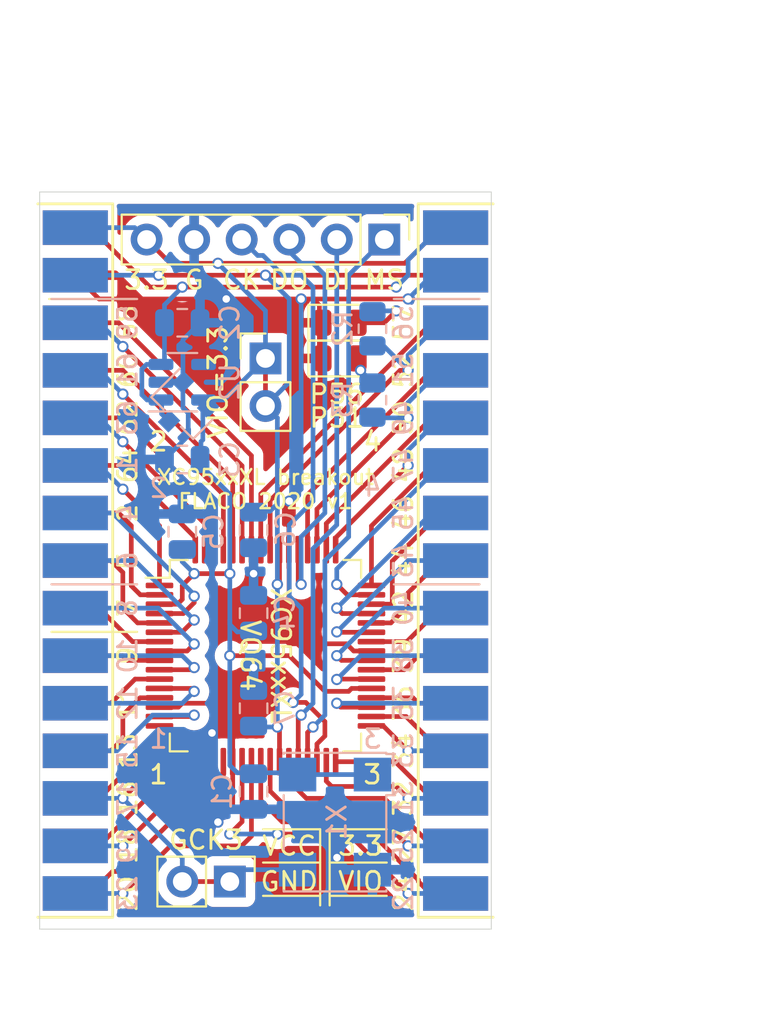
<source format=kicad_pcb>
(kicad_pcb (version 20211014) (generator pcbnew)
  (title_block (title "XC95xxXL-VQ64 Breakout board") (date "2020-11-23") (rev "1") (company "FLACO 2019, licence of this PCB is CC-BY-NC-SA") (comment 1 "breaks all IOs to external pins") (comment 2 "supports an optional active oscillator on GCK3") (comment 3 "supports user external VCCIO for 2.5v operation") (comment 4 "warning : jumpers are connected on PCB, cut the traces before installing the jumper"))
  (layers (0 "F.Cu" signal) (31 "B.Cu" signal) (34 "B.Paste" user) (35 "F.Paste" user) (36 "B.SilkS" user "B.Silkscreen") (37 "F.SilkS" user "F.Silkscreen") (38 "B.Mask" user) (39 "F.Mask" user) (44 "Edge.Cuts" user))
  (net 0 "")
  (net 1 "GND")
  (net 2 "+5V")
  (net 3 "Net-(D1-Pad2)")
  (net 4 "Net-(D2-Pad2)")
  (net 5 "/TCK")
  (net 6 "/TDO")
  (net 7 "/TDI")
  (net 8 "/TMS")
  (net 9 "/1_14")
  (net 10 "/3_16")
  (net 11 "/1_2")
  (net 12 "/2_17")
  (net 13 "/2_9")
  (net 14 "/2_8")
  (net 15 "/2_6")
  (net 16 "/2_5")
  (net 17 "/2_2")
  (net 18 "/2_4")
  (net 19 "/2_3")
  (net 20 "/4_17")
  (net 21 "/4_15")
  (net 22 "/4_12")
  (net 23 "/4_10")
  (net 24 "/4_14")
  (net 25 "/4_6")
  (net 26 "/4_11")
  (net 27 "/4_4")
  (net 28 "/4_3")
  (net 29 "/4_8")
  (net 30 "/4_5")
  (net 31 "/4_2")
  (net 32 "/3_12")
  (net 33 "/3_10")
  (net 34 "/3_17")
  (net 35 "/3_15")
  (net 36 "/3_14")
  (net 37 "/3_6")
  (net 38 "/3_11")
  (net 39 "/3_4")
  (net 40 "/3_3")
  (net 41 "/3_9")
  (net 42 "/3_8")
  (net 43 "/3_5")
  (net 44 "/1_12")
  (net 45 "/3_2")
  (net 46 "/1_17")
  (net 47 "/1_15")
  (net 48 "/1_10")
  (net 49 "/1_11")
  (net 50 "/1_9")
  (net 51 "/1_4")
  (net 52 "/1_3")
  (net 53 "/1_8")
  (net 54 "/1_6")
  (net 55 "/1_5")
  (net 56 "/2_15")
  (net 57 "/2_14")
  (net 58 "/2_12")
  (net 59 "/2_11")
  (net 60 "/2_10")
  (net 61 "+3.3V")
  (net 62 "/VCCIO")
  (footprint "LED_SMD:LED_0805_2012Metric" (layer "F.Cu") (at 111.93 83.82)
    (fp_text reference "D1" hide)
    (fp_text value "4_15")
  )
  (footprint "LED_SMD:LED_0805_2012Metric" (layer "F.Cu") (at 111.93 85.725)
    (fp_text reference "D2" hide)
    (fp_text value "4_10")
  )
  (footprint "Connector_PinHeader_2.54mm:PinHeader_1x02_P2.54mm_Vertical" (layer "F.Cu") (at 107.95 85.725)
    (fp_text reference "JP2" hide)
    (fp_text value "VCCIO")
  )
  (footprint "Sassa:Pin_Header_2x15_Male_EdgeMount_Pitch2.54mm" (layer "F.Cu") (at 97.79 78.74 -90)
    (fp_text reference "J2" hide)
    (fp_text value "Block 1-2")
  )
  (footprint "Sassa:Pin_Header_2x15_Male_EdgeMount_Pitch2.54mm" (layer "F.Cu") (at 118.11 114.3 90)
    (fp_text reference "J3" hide)
    (fp_text value "Block 3-4")
  )
  (footprint "Connector_PinHeader_2.54mm:PinHeader_1x06_P2.54mm_Vertical" (layer "F.Cu") (at 114.3 79.375 -90)
    (fp_text reference "J1" hide)
    (fp_text value "JTAG")
  )
  (footprint "Connector_PinHeader_2.54mm:PinHeader_1x02_P2.54mm_Vertical" (layer "F.Cu") (at 106.045 113.665 -90)
    (fp_text reference "JP1" hide)
    (fp_text value "GCK3")
  )
  (footprint "Package_QFP:TQFP-64_10x10mm_P0.5mm" (layer "F.Cu") (at 107.95 101.6)
    (fp_text reference "U1" hide)
    (fp_text value "XC9572XL-VQ64")
  )
  (footprint "Resistor_SMD:R_0805_2012Metric" (layer "B.Cu") (at 113.665 84.14 90)
    (fp_text reference "R2")
    (fp_text value "2k")
  )
  (footprint "Capacitor_SMD:C_0805_2012Metric" (layer "B.Cu") (at 107.315 94.885 -90)
    (fp_text reference "C6")
    (fp_text value "100n")
  )
  (footprint "Capacitor_SMD:C_0805_2012Metric" (layer "B.Cu") (at 103.505 94.98 90)
    (fp_text reference "C5")
    (fp_text value "100n")
  )
  (footprint "Oscillator:Oscillator_SMD_Abracon_ASV-4Pin_7.0x5.1mm" (layer "B.Cu") (at 111.665 110.49 -90)
    (fp_text reference "X1")
    (fp_text value "ASV-xxxMHz")
  )
  (footprint "Capacitor_SMD:C_0805_2012Metric" (layer "B.Cu") (at 107.315 104.41 90)
    (fp_text reference "C7")
    (fp_text value "100n")
  )
  (footprint "Package_TO_SOT_SMD:SOT-23-5" (layer "B.Cu") (at 103.505 86.995)
    (fp_text reference "U2")
    (fp_text value "SPX3819M5-L-3-3")
  )
  (footprint "Capacitor_SMD:C_0805_2012Metric" (layer "B.Cu") (at 107.315 99.33 90)
    (fp_text reference "C4")
    (fp_text value "100n")
  )
  (footprint "Capacitor_SMD:C_0805_2012Metric" (layer "B.Cu") (at 103.505 83.82)
    (fp_text reference "C2")
    (fp_text value "1u")
  )
  (footprint "Capacitor_SMD:C_0805_2012Metric" (layer "B.Cu") (at 103.505 91.1225 180)
    (fp_text reference "C3")
    (fp_text value "1u")
  )
  (footprint "Resistor_SMD:R_0805_2012Metric" (layer "B.Cu") (at 113.665 87.95 90)
    (fp_text reference "R3")
    (fp_text value "2k")
  )
  (footprint "Capacitor_SMD:C_0805_2012Metric" (layer "B.Cu") (at 107.315 108.855 -90)
    (fp_text reference "C1")
    (fp_text value "100n")
  )
  (footprint "Sassa:SOT-23" (layer "B.Cu") (at 103.505 88.373858 -135)
    (fp_text reference "U3" hide)
    (fp_text value "XC6206PxxxMR")
  )
  (gr_line (start 96.52 97.79) (end 101.092 97.79) (layer "B.SilkS") (width 0.12))
  (gr_line (start 114.808 97.79) (end 119.38 97.79) (layer "B.SilkS") (width 0.12))
  (gr_line (start 96.52 82.55) (end 101.092 82.55) (layer "B.SilkS") (width 0.12))
  (gr_line (start 114.808 82.55) (end 119.38 82.55) (layer "B.SilkS") (width 0.12))
  (gr_line (start 96.393 82.55) (end 100.965 82.55) (layer "F.SilkS") (width 0.12))
  (gr_line (start 119.38 82.55) (end 114.935 82.55) (layer "F.SilkS") (width 0.12))
  (gr_line (start 111.379 112.649) (end 114.427 112.649) (layer "F.SilkS") (width 0.12))
  (gr_line (start 111.379 110.871) (end 111.379 114.935) (layer "F.SilkS") (width 0.12))
  (gr_line (start 107.823 110.871) (end 110.871 110.871) (layer "F.SilkS") (width 0.12))
  (gr_line (start 111.379 114.427) (end 114.427 114.427) (layer "F.SilkS") (width 0.12))
  (gr_line (start 110.871 114.427) (end 107.823 114.427) (layer "F.SilkS") (width 0.12))
  (gr_line (start 110.871 112.649) (end 107.823 112.649) (layer "F.SilkS") (width 0.12))
  (gr_line (start 114.427 110.871) (end 111.379 110.871) (layer "F.SilkS") (width 0.12))
  (gr_line (start 96.52 100.33) (end 101.092 100.33) (layer "F.SilkS") (width 0.12))
  (gr_line (start 119.38 97.79) (end 114.935 97.79) (layer "F.SilkS") (width 0.12))
  (gr_line (start 110.871 110.871) (end 110.871 114.935) (layer "F.SilkS") (width 0.12))
  (gr_line (start 95.885 116.205) (end 95.885 76.835) (layer "Edge.Cuts") (width 0.05))
  (gr_line (start 120.015 116.205) (end 95.885 116.205) (layer "Edge.Cuts") (width 0.05))
  (gr_line (start 95.885 76.835) (end 120.015 76.835) (layer "Edge.Cuts") (width 0.05))
  (gr_line (start 120.015 76.835) (end 120.015 116.205) (layer "Edge.Cuts") (width 0.05))
  (gr_text "2" (at 102.235 92.6465) (layer "B.SilkS") (effects (font (size 1 1)) (justify mirror)))
  (gr_text "4" (at 113.665 92.583) (layer "B.SilkS") (effects (font (size 1 1)) (justify mirror)))
  (gr_text "1" (at 102.235 106.045) (layer "B.SilkS") (effects (font (size 1 1)) (justify mirror)))
  (gr_text "3" (at 113.665 106.045) (layer "B.SilkS") (effects (font (size 1 1)) (justify mirror)))
  (gr_text "17" (at 100.584 109.22 90) (layer "B.SilkS") (effects (font (size 1 1)) (justify mirror)))
  (gr_text "19" (at 100.584 111.76 90) (layer "B.SilkS") (effects (font (size 1 1)) (justify mirror)))
  (gr_text "51" (at 115.316 86.36 90) (layer "B.SilkS") (effects (font (size 1 1)) (justify mirror)))
  (gr_text "10" (at 100.584 101.6 90) (layer "B.SilkS") (effects (font (size 1 1)) (justify mirror)))
  (gr_text "8" (at 100.584 99.06 90) (layer "B.SilkS") (effects (font (size 1 1)) (justify mirror)))
  (gr_text "38" (at 115.316 101.6 90) (layer "B.SilkS") (effects (font (size 1 1)) (justify mirror)))
  (gr_text "40" (at 115.316 99.06 90) (layer "B.SilkS") (effects (font (size 1 1)) (justify mirror)))
  (gr_text "23" (at 100.584 114.3 90) (layer "B.SilkS") (effects (font (size 1 1)) (justify mirror)))
  (gr_text "15" (at 100.584 106.68 90) (layer "B.SilkS") (effects (font (size 1 1)) (justify mirror)))
  (gr_text "31" (at 115.316 109.22 90) (layer "B.SilkS") (effects (font (size 1 1)) (justify mirror)))
  (gr_text "43" (at 115.316 96.52 90) (layer "B.SilkS") (effects (font (size 1 1)) (justify mirror)))
  (gr_text "12" (at 100.584 104.14 90) (layer "B.SilkS") (effects (font (size 1 1)) (justify mirror)))
  (gr_text "59" (at 100.584 83.82 90) (layer "B.SilkS") (effects (font (size 1 1)) (justify mirror)))
  (gr_text "56" (at 115.316 83.82 90) (layer "B.SilkS") (effects (font (size 1 1)) (justify mirror)))
  (gr_text "35" (at 115.316 104.14 90) (layer "B.SilkS") (effects (font (size 1 1)) (justify mirror)))
  (gr_text "6" (at 100.584 96.52 90) (layer "B.SilkS") (effects (font (size 1 1)) (justify mirror)))
  (gr_text "1" (at 100.584 91.44 90) (layer "B.SilkS") (effects (font (size 1 1)) (justify mirror)))
  (gr_text "47" (at 115.316 91.44 90) (layer "B.SilkS") (effects (font (size 1 1)) (justify mirror)))
  (gr_text "22" (at 115.316 114.3 90) (layer "B.SilkS") (effects (font (size 1 1)) (justify mirror)))
  (gr_text "33" (at 115.316 106.68 90) (layer "B.SilkS") (effects (font (size 1 1)) (justify mirror)))
  (gr_text "25" (at 115.316 111.76 90) (layer "B.SilkS") (effects (font (size 1 1)) (justify mirror)))
  (gr_text "61" (at 100.584 86.36 90) (layer "B.SilkS") (effects (font (size 1 1)) (justify mirror)))
  (gr_text "45" (at 115.316 93.98 90) (layer "B.SilkS") (effects (font (size 1 1)) (justify mirror)))
  (gr_text "63" (at 100.584 88.9 90) (layer "B.SilkS") (effects (font (size 1 1)) (justify mirror)))
  (gr_text "49" (at 115.316 88.9 90) (layer "B.SilkS") (effects (font (size 1 1)) (justify mirror)))
  (gr_text "4" (at 100.584 93.98 90) (layer "B.SilkS") (effects (font (size 1 1)) (justify mirror)))
  (gr_text "50" (at 115.316 88.9 90) (layer "F.SilkS") (effects (font (size 1 1))))
  (gr_text "48" (at 115.316 91.44 90) (layer "F.SilkS") (effects (font (size 1 1))))
  (gr_text "GND" (at 109.22 113.665) (layer "F.SilkS") (effects (font (size 1 1))))
  (gr_text "VIO" (at 113.03 113.665) (layer "F.SilkS") (effects (font (size 1 1))))
  (gr_text "VCC" (at 109.22 111.76) (layer "F.SilkS") (effects (font (size 1 1))))
  (gr_text "3.3" (at 113.03 111.76) (layer "F.SilkS") (effects (font (size 1 1))))
  (gr_text "2" (at 100.584 93.98 90) (layer "F.SilkS") (effects (font (size 1 1))))
  (gr_text "18" (at 100.584 111.76 90) (layer "F.SilkS") (effects (font (size 1 1))))
  (gr_text "1" (at 102.235 107.95) (layer "F.SilkS") (effects (font (size 1 1))))
  (gr_text "34" (at 115.316 106.68 90) (layer "F.SilkS") (effects (font (size 1 1))))
  (gr_text "32" (at 115.316 109.22 90) (layer "F.SilkS") (effects (font (size 1 1))))
  (gr_text "16" (at 100.584 109.22 90) (layer "F.SilkS") (effects (font (size 1 1))))
  (gr_text "G" (at 104.14 81.534) (layer "F.SilkS") (effects (font (size 1 1))))
  (gr_text "27" (at 115.316 111.76 90) (layer "F.SilkS") (effects (font (size 1 1))))
  (gr_text "36" (at 115.316 104.14 90) (layer "F.SilkS") (effects (font (size 1 1))))
  (gr_text "39" (at 115.316 101.6 90) (layer "F.SilkS") (effects (font (size 1 1))))
  (gr_text "44" (at 115.316 96.52 90) (layer "F.SilkS") (effects (font (size 1 1))))
  (gr_text "3" (at 113.665 107.95) (layer "F.SilkS") (effects (font (size 1 1))))
  (gr_text "13" (at 100.584 106.68 90) (layer "F.SilkS") (effects (font (size 1 1))))
  (gr_text "CK" (at 106.68 81.534) (layer "F.SilkS") (effects (font (size 1 1))))
  (gr_text "24" (at 115.316 114.3 90) (layer "F.SilkS") (effects (font (size 1 1))))
  (gr_text "XC95xxXL breakout\nFLACO 2020 v1" (at 107.95 92.71) (layer "F.SilkS") (effects (font (size 0.8 0.8) (thickness 0.13))))
  (gr_text "VIO=3.3" (at 105.41 86.995 90) (layer "F.SilkS") (effects (font (size 1 1))))
  (gr_text "P56" (at 111.76 87.63) (layer "F.SilkS") (effects (font (size 1 1))))
  (gr_text "52" (at 115.316 86.36 90) (layer "F.SilkS") (effects (font (size 1 1))))
  (gr_text "42" (at 115.316 99.06 90) (layer "F.SilkS") (effects (font (size 1 1))))
  (gr_text "3.3" (at 101.6 81.534) (layer "F.SilkS") (effects (font (size 1 1))))
  (gr_text "2" (at 102.235 90.17) (layer "F.SilkS") (effects (font (size 1 1))))
  (gr_text "P51" (at 111.76 88.9) (layer "F.SilkS") (effects (font (size 1 1))))
  (gr_text "57" (at 115.316 83.82 90) (layer "F.SilkS") (effects (font (size 1 1))))
  (gr_text "4" (at 113.665 90.17) (layer "F.SilkS") (effects (font (size 1 1))))
  (gr_text "XC95xxXL\nVQ64" (at 107.95 101.6 270) (layer "F.SilkS") (effects (font (size 1 1))))
  (gr_text "46" (at 115.316 93.98 90) (layer "F.SilkS") (effects (font (size 1 1))))
  (gr_text "DI" (at 111.76 81.534) (layer "F.SilkS") (effects (font (size 1 1))))
  (gr_text "DO" (at 109.22 81.534) (layer "F.SilkS") (effects (font (size 1 1))))
  (gr_text "11" (at 100.584 104.14 90) (layer "F.SilkS") (effects (font (size 1 1))))
  (gr_text "62" (at 100.584 88.9 90) (layer "F.SilkS") (effects (font (size 1 1))))
  (gr_text "20" (at 100.584 114.3 90) (layer "F.SilkS") (effects (font (size 1 1))))
  (gr_text "7" (at 100.584 99.06 90) (layer "F.SilkS") (effects (font (size 1 1))))
  (gr_text "64" (at 100.584 91.44 90) (layer "F.SilkS") (effects (font (size 1 1))))
  (gr_text "5" (at 100.584 96.52 90) (layer "F.SilkS") (effects (font (size 1 1))))
  (gr_text "60" (at 100.584 86.36 90) (layer "F.SilkS") (effects (font (size 1 1))))
  (gr_text "58" (at 100.584 83.82 90) (layer "F.SilkS") (effects (font (size 1 1))))
  (gr_text "GCK3" (at 104.775 111.4425) (layer "F.SilkS") (effects (font (size 1 1))))
  (gr_text "MS" (at 114.3 81.534) (layer "F.SilkS") (effects (font (size 1 1))))
  (gr_text "9" (at 100.584 101.6 90) (layer "F.SilkS") (effects (font (size 1 1))))
  (segment (start 107.95 85.725) (end 107.95 88.265) (width 0.25) (layer "F.Cu") (net 0))
  (segment (start 110.83 83.82) (end 110.83 82.89) (width 0.25) (layer "F.Cu") (net 1))
  (segment (start 109.2 95.9) (end 109.2 93.365) (width 0.25) (layer "F.Cu") (net 1))
  (segment (start 106.045 104.14) (end 103.505 104.14) (width 0.25) (layer "F.Cu") (net 1))
  (segment (start 112.279998 100.965) (end 112.664998 101.35) (width 0.25) (layer "F.Cu") (net 1))
  (segment (start 107.315 99.06) (end 109.22 100.965) (width 0.25) (layer "F.Cu") (net 1))
  (segment (start 97.79 81.28) (end 99.06 82.55) (width 0.25) (layer "F.Cu") (net 1))
  (segment (start 99.06 82.55) (end 105.8545 82.55) (width 0.25) (layer "F.Cu") (net 1))
  (segment (start 109.855 82.55) (end 110.49 82.55) (width 0.25) (layer "F.Cu") (net 1))
  (segment (start 109.210002 96.910002) (end 109.2 96.9) (width 0.25) (layer "F.Cu") (net 1))
  (segment (start 106.2 109.7) (end 105.41 110.49) (width 0.25) (layer "F.Cu") (net 1))
  (segment (start 110.49 99.695) (end 109.210002 98.415002) (width 0.25) (layer "F.Cu") (net 1))
  (segment (start 110.49 82.55) (end 115.57 82.55) (width 0.25) (layer "F.Cu") (net 1))
  (segment (start 110.83 85.725) (end 110.83 83.82) (width 0.25) (layer "F.Cu") (net 1))
  (segment (start 109.187502 95.9375) (end 109.175001 95.924999) (width 0.25) (layer "F.Cu") (net 1))
  (segment (start 109.2 95.9375) (end 109.187502 95.9375) (width 0.25) (layer "F.Cu") (net 1))
  (segment (start 107.315 102.87) (end 106.045 104.14) (width 0.25) (layer "F.Cu") (net 1))
  (segment (start 109.855 82.55) (end 105.8545 82.55) (width 0.25) (layer "F.Cu") (net 1))
  (segment (start 109.2 93.365) (end 109.22 93.345) (width 0.25) (layer "F.Cu") (net 1))
  (segment (start 109.210002 98.415002) (end 109.210002 96.910002) (width 0.25) (layer "F.Cu") (net 1))
  (segment (start 106.045 104.14) (end 106.2 104.295) (width 0.25) (layer "F.Cu") (net 1))
  (segment (start 109.22 100.965) (end 112.279998 100.965) (width 0.25) (layer "F.Cu") (net 1))
  (segment (start 112.664998 101.35) (end 113.6125 101.35) (width 0.25) (layer "F.Cu") (net 1))
  (segment (start 103.295 104.35) (end 102.2875 104.35) (width 0.25) (layer "F.Cu") (net 1))
  (segment (start 107.315 102.235) (end 107.315 102.87) (width 0.25) (layer "F.Cu") (net 1))
  (segment (start 109.2 96.9) (end 109.2 95.9) (width 0.25) (layer "F.Cu") (net 1))
  (segment (start 110.83 82.89) (end 110.49 82.55) (width 0.25) (layer "F.Cu") (net 1))
  (segment (start 106.2 104.295) (end 106.2 109.7) (width 0.25) (layer "F.Cu") (net 1))
  (segment (start 103.505 104.14) (end 103.295 104.35) (width 0.25) (layer "F.Cu") (net 1))
  (segment (start 110.49 100.965) (end 110.49 99.695) (width 0.25) (layer "F.Cu") (net 1))
  (segment (start 107.315 97.2185) (end 107.315 99.06) (width 0.25) (layer "F.Cu") (net 1))
  (via (at 107.315 102.235) (size 0.6) (drill 0.4) (layers "F.Cu" "B.Cu") (net 1))
  (via (at 107.315 97.2185) (size 0.6) (drill 0.4) (layers "F.Cu" "B.Cu") (net 1))
  (via (at 115.57 82.55) (size 0.6) (drill 0.4) (layers "F.Cu" "B.Cu") (net 1))
  (via (at 111.77 112.385) (size 0.6) (drill 0.4) (layers "F.Cu" "B.Cu") (net 1))
  (via (at 105.41 110.49) (size 0.6) (drill 0.4) (layers "F.Cu" "B.Cu") (net 1))
  (via (at 105.8545 82.55) (size 0.6) (drill 0.4) (layers "F.Cu" "B.Cu") (net 1))
  (via (at 105.0925 105.7275) (size 0.6) (drill 0.4) (layers "F.Cu" "B.Cu") (net 1))
  (via (at 109.22 93.345) (size 0.6) (drill 0.4) (layers "F.Cu" "B.Cu") (net 1))
  (via (at 109.855 82.55) (size 0.6) (drill 0.4) (layers "F.Cu" "B.Cu") (net 1))
  (segment (start 111.77 112.385) (end 112.415 113.03) (width 0.25) (layer "B.Cu") (net 1))
  (segment (start 105.0925 105.7275) (end 105.0925 109.748236) (width 0.25) (layer "B.Cu") (net 1))
  (segment (start 104.14 80.8355) (end 105.8545 82.55) (width 0.25) (layer "B.Cu") (net 1))
  (segment (start 116.84 81.28) (end 118.11 81.28) (width 0.25) (layer "B.Cu") (net 1))
  (segment (start 105.709999 110.190001) (end 105.41 110.49) (width 0.25) (layer "B.Cu") (net 1))
  (segment (start 102.505 91.075) (end 105.0925 93.6625) (width 0.25) (layer "B.Cu") (net 1))
  (segment (start 103.540355 88.363855) (end 103.8225 88.646) (width 0.25) (layer "B.Cu") (net 1))
  (segment (start 105.0925 93.6625) (end 105.0925 104.14) (width 0.25) (layer "B.Cu") (net 1))
  (segment (start 107.315 97.2185) (end 107.315 98.33) (width 0.25) (layer "B.Cu") (net 1))
  (segment (start 103.540355 86.995) (end 103.540355 84.734645) (width 0.25) (layer "B.Cu") (net 1))
  (segment (start 105.41 110.065736) (end 105.41 110.49) (width 0.25) (layer "B.Cu") (net 1))
  (segment (start 103.8225 89.855) (end 102.555 91.1225) (width 0.25) (layer "B.Cu") (net 1))
  (segment (start 109.855 92.71) (end 109.855 87.63) (width 0.25) (layer "B.Cu") (net 1))
  (segment (start 109.24 109.855) (end 111.77 112.385) (width 0.25) (layer "B.Cu") (net 1))
  (segment (start 107.315 109.855) (end 106.045 109.855) (width 0.25) (layer "B.Cu") (net 1))
  (segment (start 109.855 87.63) (end 109.855 82.55) (width 0.25) (layer "B.Cu") (net 1))
  (segment (start 109.22 93.345) (end 109.855 92.71) (width 0.25) (layer "B.Cu") (net 1))
  (segment (start 107.44 109.855) (end 109.24 109.855) (width 0.25) (layer "B.Cu") (net 1))
  (segment (start 104.14 79.375) (end 104.14 80.8355) (width 0.25) (layer "B.Cu") (net 1))
  (segment (start 107.315 95.885) (end 107.315 97.2185) (width 0.25) (layer "B.Cu") (net 1))
  (segment (start 107.315 103.41) (end 107.315 102.235) (width 0.25) (layer "B.Cu") (net 1))
  (segment (start 106.045 109.855) (end 105.709999 110.190001) (width 0.25) (layer "B.Cu") (net 1))
  (segment (start 112.415 113.03) (end 113.665 113.03) (width 0.25) (layer "B.Cu") (net 1))
  (segment (start 115.57 82.55) (end 116.84 81.28) (width 0.25) (layer "B.Cu") (net 1))
  (segment (start 105.0925 109.748236) (end 105.41 110.065736) (width 0.25) (layer "B.Cu") (net 1))
  (segment (start 103.8225 88.646) (end 103.8225 89.855) (width 0.25) (layer "B.Cu") (net 1))
  (segment (start 103.540355 86.995) (end 103.540355 88.363855) (width 0.25) (layer "B.Cu") (net 1))
  (segment (start 105.0925 104.14) (end 105.0925 105.7275) (width 0.25) (layer "B.Cu") (net 1))
  (segment (start 102.405 86.995) (end 103.540355 86.995) (width 0.25) (layer "B.Cu") (net 1))
  (segment (start 103.540355 84.734645) (end 104.455 83.82) (width 0.25) (layer "B.Cu") (net 1))
  (segment (start 104.14 81.915) (end 109.855 81.915) (width 0.25) (layer "F.Cu") (net 2))
  (segment (start 101.781666 81.915) (end 103.505 81.915) (width 0.25) (layer "F.Cu") (net 2))
  (segment (start 103.505 81.915) (end 104.14 81.915) (width 0.25) (layer "F.Cu") (net 2))
  (segment (start 109.855 81.915) (end 114.935 81.915) (width 0.25) (layer "F.Cu") (net 2))
  (segment (start 97.79 78.74) (end 98.606666 78.74) (width 0.25) (layer "F.Cu") (net 2))
  (segment (start 98.606666 78.74) (end 101.781666 81.915) (width 0.25) (layer "F.Cu") (net 2))
  (via (at 114.935 81.915) (size 0.6) (drill 0.4) (layers "F.Cu" "B.Cu") (net 2))
  (via (at 103.505 81.915) (size 0.6) (drill 0.4) (layers "F.Cu" "B.Cu") (net 2))
  (segment (start 102.555 83.82) (end 102.555 85.895) (width 0.25) (layer "B.Cu") (net 2))
  (segment (start 101.625 87.945) (end 102.405 87.945) (width 0.25) (layer "B.Cu") (net 2))
  (segment (start 101.5975 86.045) (end 101.346 86.2965) (width 0.25) (layer "B.Cu") (net 2))
  (segment (start 102.405 88.688072) (end 102.797893 89.080965) (width 0.25) (layer "B.Cu") (net 2))
  (segment (start 101.346 87.666) (end 101.625 87.945) (width 0.25) (layer "B.Cu") (net 2))
  (segment (start 102.405 86.045) (end 101.5975 86.045) (width 0.25) (layer "B.Cu") (net 2))
  (segment (start 117.293334 78.74) (end 118.11 78.74) (width 0.25) (layer "B.Cu") (net 2))
  (segment (start 115.57 80.463334) (end 117.293334 78.74) (width 0.25) (layer "B.Cu") (net 2))
  (segment (start 101.346 86.2965) (end 101.346 87.666) (width 0.25) (layer "B.Cu") (net 2))
  (segment (start 114.935 81.915) (end 115.57 81.28) (width 0.25) (layer "B.Cu") (net 2))
  (segment (start 102.555 85.895) (end 102.405 86.045) (width 0.25) (layer "B.Cu") (net 2))
  (segment (start 102.405 87.945) (end 102.405 88.688072) (width 0.25) (layer "B.Cu") (net 2))
  (segment (start 115.57 81.28) (end 115.57 80.463334) (width 0.25) (layer "B.Cu") (net 2))
  (segment (start 102.555 82.865) (end 103.505 81.915) (width 0.25) (layer "B.Cu") (net 2))
  (segment (start 102.555 83.82) (end 102.555 82.865) (width 0.25) (layer "B.Cu") (net 2))
  (segment (start 113.03 83.82) (end 114.3 83.82) (width 0.25) (layer "F.Cu") (net 3))
  (segment (start 114.3 83.82) (end 114.935 83.185) (width 0.25) (layer "F.Cu") (net 3))
  (via (at 114.935 83.185) (size 0.6) (drill 0.4) (layers "F.Cu" "B.Cu") (net 3))
  (segment (start 114.935 83.185) (end 113.67 83.185) (width 0.25) (layer "B.Cu") (net 3))
  (segment (start 113.67 83.185) (end 113.665 83.19) (width 0.25) (layer "B.Cu") (net 3))
  (segment (start 113.03 85.725) (end 113.03 86.36) (width 0.25) (layer "F.Cu") (net 4))
  (via (at 113.03 86.36) (size 0.6) (drill 0.4) (layers "F.Cu" "B.Cu") (net 4))
  (segment (start 113.03 86.36) (end 113.03 86.365) (width 0.25) (layer "B.Cu") (net 4))
  (segment (start 113.03 86.365) (end 113.665 87) (width 0.25) (layer "B.Cu") (net 4))
  (segment (start 111.125 105.889998) (end 111.125 105.119998) (width 0.25) (layer "F.Cu") (net 5))
  (segment (start 111.125 105.119998) (end 110.101351 104.096349) (width 0.25) (layer "F.Cu") (net 5))
  (segment (start 110.7 107.2625) (end 110.7 106.314998) (width 0.25) (layer "F.Cu") (net 5))
  (segment (start 110.101351 104.096349) (end 109.425234 104.096349) (width 0.25) (layer "F.Cu") (net 5))
  (segment (start 110.7 106.314998) (end 111.125 105.889998) (width 0.25) (layer "F.Cu") (net 5))
  (via (at 109.425234 104.096349) (size 0.6) (drill 0.4) (layers "F.Cu" "B.Cu") (net 5))
  (segment (start 109.425234 104.096349) (end 109.855 103.666583) (width 0.25) (layer "B.Cu") (net 5))
  (segment (start 109.22 94.615) (end 110.49 93.345) (width 0.25) (layer "B.Cu") (net 5))
  (segment (start 110.49 93.345) (end 110.49 81.915) (width 0.25) (layer "B.Cu") (net 5))
  (segment (start 109.855 103.666583) (end 109.855 99.06) (width 0.25) (layer "B.Cu") (net 5))
  (segment (start 110.49 81.915) (end 109.855 81.28) (width 0.25) (layer "B.Cu") (net 5))
  (segment (start 109.22 98.425) (end 109.22 94.615) (width 0.25) (layer "B.Cu") (net 5))
  (segment (start 107.820001 80.224999) (end 107.529999 80.224999) (width 0.25) (layer "B.Cu") (net 5))
  (segment (start 108.875002 81.28) (end 107.820001 80.224999) (width 0.25) (layer "B.Cu") (net 5))
  (segment (start 107.529999 80.224999) (end 106.68 79.375) (width 0.25) (layer "B.Cu") (net 5))
  (segment (start 109.855 81.28) (end 108.875002 81.28) (width 0.25) (layer "B.Cu") (net 5))
  (segment (start 109.855 99.06) (end 109.22 98.425) (width 0.25) (layer "B.Cu") (net 5))
  (segment (start 109.7 97.635) (end 109.855 97.79) (width 0.25) (layer "F.Cu") (net 6))
  (segment (start 109.7 95.9375) (end 109.7 97.635) (width 0.25) (layer "F.Cu") (net 6))
  (via (at 109.855 97.79) (size 0.6) (drill 0.4) (layers "F.Cu" "B.Cu") (net 6))
  (segment (start 110.49 80.645) (end 111.125 81.28) (width 0.25) (layer "B.Cu") (net 6))
  (segment (start 109.22 80.01) (end 109.855 80.645) (width 0.25) (layer "B.Cu") (net 6))
  (segment (start 111.125 81.28) (end 111.125 93.98) (width 0.25) (layer "B.Cu") (net 6))
  (segment (start 109.855 80.645) (end 110.49 80.645) (width 0.25) (layer "B.Cu") (net 6))
  (segment (start 109.22 79.375) (end 109.22 80.01) (width 0.25) (layer "B.Cu") (net 6))
  (segment (start 111.125 93.98) (end 109.855 95.25) (width 0.25) (layer "B.Cu") (net 6))
  (segment (start 109.855 95.25) (end 109.855 97.79) (width 0.25) (layer "B.Cu") (net 6))
  (segment (start 109.7 107.2625) (end 109.7 104.93) (width 0.25) (layer "F.Cu") (net 7))
  (segment (start 109.7 104.93) (end 109.855 104.775) (width 0.25) (layer "F.Cu") (net 7))
  (via (at 109.855 104.775) (size 0.6) (drill 0.4) (layers "F.Cu" "B.Cu") (net 7))
  (segment (start 111.76 94.615) (end 111.76 79.375) (width 0.25) (layer "B.Cu") (net 7))
  (segment (start 110.49 104.14) (end 110.49 95.885) (width 0.25) (layer "B.Cu") (net 7))
  (segment (start 110.49 95.885) (end 111.76 94.615) (width 0.25) (layer "B.Cu") (net 7))
  (segment (start 109.855 104.775) (end 110.49 104.14) (width 0.25) (layer "B.Cu") (net 7))
  (segment (start 110.2 105.7) (end 110.49 105.41) (width 0.25) (layer "F.Cu") (net 8))
  (segment (start 110.2 107.3) (end 110.2 105.7) (width 0.25) (layer "F.Cu") (net 8))
  (via (at 110.49 105.41) (size 0.6) (drill 0.4) (layers "F.Cu" "B.Cu") (net 8))
  (segment (start 112.395 95.25) (end 112.395 81.28) (width 0.25) (layer "B.Cu") (net 8))
  (segment (start 112.395 81.28) (end 114.3 79.375) (width 0.25) (layer "B.Cu") (net 8))
  (segment (start 111.125 104.775) (end 111.125 96.52) (width 0.25) (layer "B.Cu") (net 8))
  (segment (start 110.49 105.41) (end 111.125 104.775) (width 0.25) (layer "B.Cu") (net 8))
  (segment (start 111.125 96.52) (end 112.395 95.25) (width 0.25) (layer "B.Cu") (net 8))
  (segment (start 104.2 107.2625) (end 102.2875 107.2625) (width 0.25) (layer "F.Cu") (net 9))
  (segment (start 103.505 113.665) (end 106.045 113.665) (width 0.25) (layer "F.Cu") (net 9))
  (segment (start 102.2875 107.2625) (end 100.33 109.22) (width 0.25) (layer "F.Cu") (net 9))
  (via (at 100.33 109.22) (size 0.6) (drill 0.4) (layers "F.Cu" "B.Cu") (net 9))
  (segment (start 100.33 109.22) (end 97.79 109.22) (width 0.25) (layer "B.Cu") (net 9))
  (segment (start 103.505 112.395) (end 100.33 109.22) (width 0.25) (layer "B.Cu") (net 9))
  (segment (start 109.665 113.03) (end 106.68 113.03) (width 0.25) (layer "B.Cu") (net 9))
  (segment (start 106.68 113.03) (end 106.045 113.665) (width 0.25) (layer "B.Cu") (net 9))
  (segment (start 103.505 113.665) (end 103.505 112.395) (width 0.25) (layer "B.Cu") (net 9))
  (segment (start 115.503334 100.85) (end 113.6125 100.85) (width 0.25) (layer "F.Cu") (net 10))
  (segment (start 118.11 99.06) (end 117.293334 99.06) (width 0.25) (layer "F.Cu") (net 10))
  (segment (start 117.293334 99.06) (end 115.503334 100.85) (width 0.25) (layer "F.Cu") (net 10))
  (segment (start 103.765 101.35) (end 104.14 100.975) (width 0.25) (layer "F.Cu") (net 11))
  (segment (start 102.2875 101.35) (end 103.765 101.35) (width 0.25) (layer "F.Cu") (net 11))
  (via (at 104.14 100.975) (size 0.6) (drill 0.4) (layers "F.Cu" "B.Cu") (net 11))
  (segment (start 104.14 100.975) (end 102.225 99.06) (width 0.25) (layer "B.Cu") (net 11))
  (segment (start 102.225 99.06) (end 97.79 99.06) (width 0.25) (layer "B.Cu") (net 11))
  (segment (start 100.85 100.85) (end 99.06 99.06) (width 0.25) (layer "F.Cu") (net 12))
  (segment (start 99.06 99.06) (end 97.79 99.06) (width 0.25) (layer "F.Cu") (net 12))
  (segment (start 102.2875 100.85) (end 100.85 100.85) (width 0.25) (layer "F.Cu") (net 12))
  (segment (start 104.2 95.9375) (end 104.2 95.3) (width 0.25) (layer "F.Cu") (net 13))
  (segment (start 104.2 95.3) (end 100.34 91.44) (width 0.25) (layer "F.Cu") (net 13))
  (segment (start 100.34 91.44) (end 97.79 91.44) (width 0.25) (layer "F.Cu") (net 13))
  (segment (start 104.7 94.54) (end 100.33 90.17) (width 0.25) (layer "F.Cu") (net 14))
  (segment (start 104.7 95.9375) (end 104.7 94.54) (width 0.25) (layer "F.Cu") (net 14))
  (via (at 100.33 90.17) (size 0.6) (drill 0.4) (layers "F.Cu" "B.Cu") (net 14))
  (segment (start 99.06 88.9) (end 97.79 88.9) (width 0.25) (layer "B.Cu") (net 14))
  (segment (start 100.33 90.17) (end 99.06 88.9) (width 0.25) (layer "B.Cu") (net 14))
  (segment (start 105.2 95.9375) (end 105.2 93.77) (width 0.25) (layer "F.Cu") (net 15))
  (segment (start 105.2 93.77) (end 100.33 88.9) (width 0.25) (layer "F.Cu") (net 15))
  (segment (start 100.33 88.9) (end 97.79 88.9) (width 0.25) (layer "F.Cu") (net 15))
  (segment (start 105.7 95.9375) (end 105.7 93) (width 0.25) (layer "F.Cu") (net 16))
  (segment (start 105.7 93) (end 100.33 87.63) (width 0.25) (layer "F.Cu") (net 16))
  (via (at 100.33 87.63) (size 0.6) (drill 0.4) (layers "F.Cu" "B.Cu") (net 16))
  (segment (start 100.33 87.63) (end 99.06 86.36) (width 0.25) (layer "B.Cu") (net 16))
  (segment (start 99.06 86.36) (end 97.79 86.36) (width 0.25) (layer "B.Cu") (net 16))
  (segment (start 100.33 86.36) (end 97.79 86.36) (width 0.25) (layer "F.Cu") (net 17))
  (segment (start 106.2 95.9) (end 106.2 92.23) (width 0.25) (layer "F.Cu") (net 17))
  (segment (start 106.2 92.23) (end 100.33 86.36) (width 0.25) (layer "F.Cu") (net 17))
  (segment (start 106.7 91.46) (end 100.33 85.09) (width 0.25) (layer "F.Cu") (net 18))
  (segment (start 106.7 95.9375) (end 106.7 91.46) (width 0.25) (layer "F.Cu") (net 18))
  (via (at 100.33 85.09) (size 0.6) (drill 0.4) (layers "F.Cu" "B.Cu") (net 18))
  (segment (start 99.06 83.82) (end 97.79 83.82) (width 0.25) (layer "B.Cu") (net 18))
  (segment (start 100.33 85.09) (end 99.06 83.82) (width 0.25) (layer "B.Cu") (net 18))
  (segment (start 107.2 90.916667) (end 100.103333 83.82) (width 0.25) (layer "F.Cu") (net 19))
  (segment (start 100.103333 83.82) (end 97.79 83.82) (width 0.25) (layer "F.Cu") (net 19))
  (segment (start 107.2 95.9375) (end 107.2 90.916667) (width 0.25) (layer "F.Cu") (net 19))
  (segment (start 107.7 92.96) (end 116.84 83.82) (width 0.25) (layer "F.Cu") (net 20))
  (segment (start 116.84 83.82) (end 118.11 83.82) (width 0.25) (layer "F.Cu") (net 20))
  (segment (start 107.7 95.9375) (end 107.7 92.96) (width 0.25) (layer "F.Cu") (net 20))
  (segment (start 115.145736 86.36) (end 115.57 86.36) (width 0.25) (layer "F.Cu") (net 21))
  (segment (start 108.2 93.305736) (end 115.145736 86.36) (width 0.25) (layer "F.Cu") (net 21))
  (segment (start 108.2 95.9375) (end 108.2 93.305736) (width 0.25) (layer "F.Cu") (net 21))
  (via (at 115.57 86.36) (size 0.6) (drill 0.4) (layers "F.Cu" "B.Cu") (net 21))
  (segment (start 115.57 85.543334) (end 115.57 85.935736) (width 0.25) (layer "B.Cu") (net 21))
  (segment (start 115.57 85.935736) (end 115.57 86.36) (width 0.25) (layer "B.Cu") (net 21))
  (segment (start 118.11 83.82) (end 117.293334 83.82) (width 0.25) (layer "B.Cu") (net 21))
  (segment (start 117.293334 83.82) (end 115.57 85.543334) (width 0.25) (layer "B.Cu") (net 21))
  (segment (start 113.665 85.09) (end 114.3 85.09) (width 0.25) (layer "B.Cu") (net 21))
  (segment (start 114.3 85.09) (end 115.57 86.36) (width 0.25) (layer "B.Cu") (net 21))
  (segment (start 116.84 86.36) (end 118.11 86.36) (width 0.25) (layer "F.Cu") (net 22))
  (segment (start 110.2 95.9375) (end 110.2 93) (width 0.25) (layer "F.Cu") (net 22))
  (segment (start 110.2 93) (end 116.84 86.36) (width 0.25) (layer "F.Cu") (net 22))
  (segment (start 110.7 95.9375) (end 110.7 93.77) (width 0.25) (layer "F.Cu") (net 23))
  (segment (start 110.7 93.77) (end 115.57 88.9) (width 0.25) (layer "F.Cu") (net 23))
  (via (at 115.57 88.9) (size 0.6) (drill 0.4) (layers "F.Cu" "B.Cu") (net 23))
  (segment (start 117.293334 86.36) (end 115.57 88.083334) (width 0.25) (layer "B.Cu") (net 23))
  (segment (start 118.11 86.36) (end 117.293334 86.36) (width 0.25) (layer "B.Cu") (net 23))
  (segment (start 115.57 88.083334) (end 115.57 88.475736) (width 0.25) (layer "B.Cu") (net 23))
  (segment (start 113.665 88.9) (end 115.57 88.9) (width 0.25) (layer "B.Cu") (net 23))
  (segment (start 115.57 88.475736) (end 115.57 88.9) (width 0.25) (layer "B.Cu") (net 23))
  (segment (start 111.2 94.54) (end 116.84 88.9) (width 0.25) (layer "F.Cu") (net 24))
  (segment (start 111.2 95.9) (end 111.2 94.54) (width 0.25) (layer "F.Cu") (net 24))
  (segment (start 116.84 88.9) (end 118.11 88.9) (width 0.25) (layer "F.Cu") (net 24))
  (segment (start 115.560008 91.439992) (end 115.57 91.439992) (width 0.25) (layer "F.Cu") (net 25))
  (segment (start 111.7 95.9) (end 111.7 95.3) (width 0.25) (layer "F.Cu") (net 25))
  (segment (start 111.7 95.3) (end 115.560008 91.439992) (width 0.25) (layer "F.Cu") (net 25))
  (via (at 115.57 91.439992) (size 0.6) (drill 0.4) (layers "F.Cu" "B.Cu") (net 25))
  (segment (start 117.293334 88.9) (end 115.57 90.623334) (width 0.25) (layer "B.Cu") (net 25))
  (segment (start 115.57 90.623334) (end 115.57 91.015728) (width 0.25) (layer "B.Cu") (net 25))
  (segment (start 118.11 88.9) (end 117.293334 88.9) (width 0.25) (layer "B.Cu") (net 25))
  (segment (start 115.57 91.015728) (end 115.57 91.439992) (width 0.25) (layer "B.Cu") (net 25))
  (segment (start 113.6125 97.85) (end 113.6125 94.6675) (width 0.25) (layer "F.Cu") (net 26))
  (segment (start 113.6125 94.6675) (end 116.84 91.44) (width 0.25) (layer "F.Cu") (net 26))
  (segment (start 116.84 91.44) (end 118.11 91.44) (width 0.25) (layer "F.Cu") (net 26))
  (segment (start 112.32 98.35) (end 111.76 97.79) (width 0.25) (layer "F.Cu") (net 27))
  (segment (start 113.6125 98.35) (end 112.32 98.35) (width 0.25) (layer "F.Cu") (net 27))
  (via (at 111.76 97.79) (size 0.6) (drill 0.4) (layers "F.Cu" "B.Cu") (net 27))
  (segment (start 117.293334 91.44) (end 118.11 91.44) (width 0.25) (layer "B.Cu") (net 27))
  (segment (start 111.76 97.79) (end 111.76 96.973334) (width 0.25) (layer "B.Cu") (net 27))
  (segment (start 111.76 96.973334) (end 117.293334 91.44) (width 0.25) (layer "B.Cu") (net 27))
  (segment (start 114.65 98.85) (end 113.6125 98.85) (width 0.25) (layer "F.Cu") (net 28))
  (segment (start 117.293334 93.98) (end 114.725001 96.548333) (width 0.25) (layer "F.Cu") (net 28))
  (segment (start 118.11 93.98) (end 117.293334 93.98) (width 0.25) (layer "F.Cu") (net 28))
  (segment (start 114.725001 98.774999) (end 114.65 98.85) (width 0.25) (layer "F.Cu") (net 28))
  (segment (start 114.725001 96.548333) (end 114.725001 98.774999) (width 0.25) (layer "F.Cu") (net 28))
  (segment (start 113.6125 99.35) (end 112.05 99.35) (width 0.25) (layer "F.Cu") (net 29))
  (segment (start 112.05 99.35) (end 111.76 99.06) (width 0.25) (layer "F.Cu") (net 29))
  (via (at 111.76 99.06) (size 0.6) (drill 0.4) (layers "F.Cu" "B.Cu") (net 29))
  (segment (start 116.84 93.98) (end 118.11 93.98) (width 0.25) (layer "B.Cu") (net 29))
  (segment (start 111.76 99.06) (end 116.84 93.98) (width 0.25) (layer "B.Cu") (net 29))
  (segment (start 117.293334 96.52) (end 115.57 98.243334) (width 0.25) (layer "F.Cu") (net 30))
  (segment (start 114.65 99.85) (end 113.6125 99.85) (width 0.25) (layer "F.Cu") (net 30))
  (segment (start 118.11 96.52) (end 117.293334 96.52) (width 0.25) (layer "F.Cu") (net 30))
  (segment (start 115.57 98.93) (end 114.65 99.85) (width 0.25) (layer "F.Cu") (net 30))
  (segment (start 115.57 98.243334) (end 115.57 98.93) (width 0.25) (layer "F.Cu") (net 30))
  (segment (start 111.78 100.35) (end 111.76 100.33) (width 0.25) (layer "F.Cu") (net 31))
  (segment (start 113.6125 100.35) (end 111.78 100.35) (width 0.25) (layer "F.Cu") (net 31))
  (via (at 111.76 100.33) (size 0.6) (drill 0.4) (layers "F.Cu" "B.Cu") (net 31))
  (segment (start 111.76 100.33) (end 115.57 96.52) (width 0.25) (layer "B.Cu") (net 31))
  (segment (start 115.57 96.52) (end 118.11 96.52) (width 0.25) (layer "B.Cu") (net 31))
  (segment (start 113.6125 101.85) (end 112.010028 101.85) (width 0.25) (layer "F.Cu") (net 32))
  (segment (start 112.010028 101.85) (end 111.760028 101.6) (width 0.25) (layer "F.Cu") (net 32))
  (via (at 111.760028 101.6) (size 0.6) (drill 0.4) (layers "F.Cu" "B.Cu") (net 32))
  (segment (start 112.060027 101.300001) (end 111.760028 101.6) (width 0.25) (layer "B.Cu") (net 32))
  (segment (start 118.11 99.06) (end 114.300028 99.06) (width 0.25) (layer "B.Cu") (net 32))
  (segment (start 114.300028 99.06) (end 112.060027 101.300001) (width 0.25) (layer "B.Cu") (net 32))
  (segment (start 115.37 102.35) (end 113.6125 102.35) (width 0.25) (layer "F.Cu") (net 33))
  (segment (start 118.11 101.6) (end 116.12 101.6) (width 0.25) (layer "F.Cu") (net 33))
  (segment (start 116.12 101.6) (end 115.37 102.35) (width 0.25) (layer "F.Cu") (net 33))
  (segment (start 113.6125 102.85) (end 111.78 102.85) (width 0.25) (layer "F.Cu") (net 34))
  (segment (start 111.78 102.85) (end 111.76 102.87) (width 0.25) (layer "F.Cu") (net 34))
  (via (at 111.76 102.87) (size 0.6) (drill 0.4) (layers "F.Cu" "B.Cu") (net 34))
  (segment (start 112.059999 102.570001) (end 111.76 102.87) (width 0.25) (layer "B.Cu") (net 34))
  (segment (start 113.03 101.6) (end 112.059999 102.570001) (width 0.25) (layer "B.Cu") (net 34))
  (segment (start 118.11 101.6) (end 113.03 101.6) (width 0.25) (layer "B.Cu") (net 34))
  (segment (start 115.83 103.85) (end 113.6125 103.85) (width 0.25) (layer "F.Cu") (net 35))
  (segment (start 116.12 104.14) (end 115.83 103.85) (width 0.25) (layer "F.Cu") (net 35))
  (segment (start 118.11 104.14) (end 116.12 104.14) (width 0.25) (layer "F.Cu") (net 35))
  (segment (start 113.6125 104.35) (end 111.97 104.35) (width 0.25) (layer "F.Cu") (net 36))
  (segment (start 111.97 104.35) (end 111.76 104.14) (width 0.25) (layer "F.Cu") (net 36))
  (via (at 111.76 104.14) (size 0.6) (drill 0.4) (layers "F.Cu" "B.Cu") (net 36))
  (segment (start 111.76 104.14) (end 118.11 104.14) (width 0.25) (layer "B.Cu") (net 36))
  (segment (start 117.293334 106.68) (end 115.463334 104.85) (width 0.25) (layer "F.Cu") (net 37))
  (segment (start 115.463334 104.85) (end 113.6125 104.85) (width 0.25) (layer "F.Cu") (net 37))
  (segment (start 118.11 106.68) (end 117.293334 106.68) (width 0.25) (layer "F.Cu") (net 37))
  (segment (start 114.24 105.35) (end 115.57 106.68) (width 0.25) (layer "F.Cu") (net 38))
  (segment (start 113.6125 105.35) (end 114.24 105.35) (width 0.25) (layer "F.Cu") (net 38))
  (via (at 115.57 106.68) (size 0.6) (drill 0.4) (layers "F.Cu" "B.Cu") (net 38))
  (segment (start 115.57 106.68) (end 118.11 106.68) (width 0.25) (layer "B.Cu") (net 38))
  (segment (start 116.84 109.22) (end 114.8825 107.2625) (width 0.25) (layer "F.Cu") (net 39))
  (segment (start 111.7375 107.2625) (end 111.7 107.3) (width 0.25) (layer "F.Cu") (net 39))
  (segment (start 114.8825 107.2625) (end 111.7375 107.2625) (width 0.25) (layer "F.Cu") (net 39))
  (segment (start 118.11 109.22) (end 116.84 109.22) (width 0.25) (layer "F.Cu") (net 39))
  (segment (start 111.485 108.585) (end 111.2 108.3) (width 0.25) (layer "F.Cu") (net 40))
  (segment (start 115.57 109.22) (end 114.935 108.585) (width 0.25) (layer "F.Cu") (net 40))
  (segment (start 114.935 108.585) (end 111.485 108.585) (width 0.25) (layer "F.Cu") (net 40))
  (segment (start 111.2 108.3) (end 111.2 107.2625) (width 0.25) (layer "F.Cu") (net 40))
  (via (at 115.57 109.22) (size 0.6) (drill 0.4) (layers "F.Cu" "B.Cu") (net 40))
  (segment (start 115.57 109.22) (end 118.11 109.22) (width 0.25) (layer "B.Cu") (net 40))
  (segment (start 109.2 107.2625) (end 109.2 108.285002) (width 0.25) (layer "F.Cu") (net 41))
  (segment (start 110.134998 109.22) (end 114.3 109.22) (width 0.25) (layer "F.Cu") (net 41))
  (segment (start 114.3 109.22) (end 116.84 111.76) (width 0.25) (layer "F.Cu") (net 41))
  (segment (start 109.2 108.285002) (end 110.134998 109.22) (width 0.25) (layer "F.Cu") (net 41))
  (segment (start 116.84 111.76) (end 118.11 111.76) (width 0.25) (layer "F.Cu") (net 41))
  (segment (start 109.22 109.855) (end 113.665 109.855) (width 0.25) (layer "F.Cu") (net 42))
  (segment (start 108.2 107.2625) (end 108.2 108.835) (width 0.25) (layer "F.Cu") (net 42))
  (segment (start 113.665 109.855) (end 115.57 111.76) (width 0.25) (layer "F.Cu") (net 42))
  (segment (start 108.2 108.835) (end 109.22 109.855) (width 0.25) (layer "F.Cu") (net 42))
  (via (at 115.57 111.76) (size 0.6) (drill 0.4) (layers "F.Cu" "B.Cu") (net 42))
  (segment (start 115.57 111.76) (end 118.11 111.76) (width 0.25) (layer "B.Cu") (net 42))
  (segment (start 107.7 107.3) (end 107.7 109.329988) (width 0.25) (layer "F.Cu") (net 43))
  (segment (start 113.0125 110.4725) (end 116.120001 113.580001) (width 0.25) (layer "F.Cu") (net 43))
  (segment (start 107.7 109.329988) (end 108.842512 110.4725) (width 0.25) (layer "F.Cu") (net 43))
  (segment (start 108.842512 110.4725) (end 113.0125 110.4725) (width 0.25) (layer "F.Cu") (net 43))
  (segment (start 116.755001 114.3) (end 118.11 114.3) (width 0.25) (layer "F.Cu") (net 43))
  (segment (start 116.120001 113.580001) (end 116.120001 113.665) (width 0.25) (layer "F.Cu") (net 43))
  (segment (start 116.120001 113.665) (end 116.755001 114.3) (width 0.25) (layer "F.Cu") (net 43))
  (segment (start 102.87 111.76) (end 106.68 111.76) (width 0.25) (layer "F.Cu") (net 44))
  (segment (start 106.68 111.76) (end 107.2 111.24) (width 0.25) (layer "F.Cu") (net 44))
  (segment (start 107.2 111.24) (end 107.2 107.2625) (width 0.25) (layer "F.Cu") (net 44))
  (segment (start 100.33 114.3) (end 102.87 111.76) (width 0.25) (layer "F.Cu") (net 44))
  (via (at 100.33 114.3) (size 0.6) (drill 0.4) (layers "F.Cu" "B.Cu") (net 44))
  (segment (start 100.33 114.3) (end 97.79 114.3) (width 0.25) (layer "B.Cu") (net 44))
  (segment (start 112.395 111.125) (end 109.009264 111.125) (width 0.25) (layer "F.Cu") (net 45))
  (segment (start 109.009264 111.125) (end 108.585 111.125) (width 0.25) (layer "F.Cu") (net 45))
  (segment (start 106.7 110.47) (end 106.045 111.125) (width 0.25) (layer "F.Cu") (net 45))
  (segment (start 106.7 107.2625) (end 106.7 110.47) (width 0.25) (layer "F.Cu") (net 45))
  (segment (start 115.57 114.3) (end 112.395 111.125) (width 0.25) (layer "F.Cu") (net 45))
  (via (at 115.57 114.3) (size 0.6) (drill 0.4) (layers "F.Cu" "B.Cu") (net 45))
  (via (at 106.045 111.125) (size 0.6) (drill 0.4) (layers "F.Cu" "B.Cu") (net 45))
  (via (at 108.585 111.125) (size 0.6) (drill 0.4) (layers "F.Cu" "B.Cu") (net 45))
  (segment (start 108.585 111.125) (end 106.045 111.125) (width 0.25) (layer "B.Cu") (net 45))
  (segment (start 115.57 114.3) (end 118.11 114.3) (width 0.25) (layer "B.Cu") (net 45))
  (segment (start 100.233333 113.126667) (end 103.505 109.855) (width 0.25) (layer "F.Cu") (net 46))
  (segment (start 98.606666 114.3) (end 99.779999 113.126667) (width 0.25) (layer "F.Cu") (net 46))
  (segment (start 99.779999 113.126667) (end 100.233333 113.126667) (width 0.25) (layer "F.Cu") (net 46))
  (segment (start 104.486406 109.855) (end 105.7 108.641406) (width 0.25) (layer "F.Cu") (net 46))
  (segment (start 97.79 114.3) (end 98.606666 114.3) (width 0.25) (layer "F.Cu") (net 46))
  (segment (start 105.7 108.641406) (end 105.7 107.3) (width 0.25) (layer "F.Cu") (net 46))
  (segment (start 103.505 109.855) (end 104.486406 109.855) (width 0.25) (layer "F.Cu") (net 46))
  (segment (start 102.87 109.22) (end 104.401412 109.22) (width 0.25) (layer "F.Cu") (net 47))
  (segment (start 104.401412 109.22) (end 105.2 108.421412) (width 0.25) (layer "F.Cu") (net 47))
  (segment (start 105.2 108.421412) (end 105.2 107.2625) (width 0.25) (layer "F.Cu") (net 47))
  (segment (start 100.33 111.76) (end 102.87 109.22) (width 0.25) (layer "F.Cu") (net 47))
  (via (at 100.33 111.76) (size 0.6) (drill 0.4) (layers "F.Cu" "B.Cu") (net 47))
  (segment (start 100.33 111.76) (end 97.79 111.76) (width 0.25) (layer "B.Cu") (net 47))
  (segment (start 99.06 111.76) (end 97.79 111.76) (width 0.25) (layer "F.Cu") (net 48))
  (segment (start 102.235 108.585) (end 99.06 111.76) (width 0.25) (layer "F.Cu") (net 48))
  (segment (start 104.7 108.285002) (end 104.400002 108.585) (width 0.25) (layer "F.Cu") (net 48))
  (segment (start 104.400002 108.585) (end 102.235 108.585) (width 0.25) (layer "F.Cu") (net 48))
  (segment (start 104.7 107.2625) (end 104.7 108.285002) (width 0.25) (layer "F.Cu") (net 48))
  (segment (start 99.06 109.22) (end 97.79 109.22) (width 0.25) (layer "F.Cu") (net 49))
  (segment (start 102.2875 105.35) (end 102.2875 105.9925) (width 0.25) (layer "F.Cu") (net 49))
  (segment (start 102.2875 105.9925) (end 99.06 109.22) (width 0.25) (layer "F.Cu") (net 49))
  (segment (start 102.2875 104.85) (end 104.065 104.85) (width 0.25) (layer "F.Cu") (net 50))
  (segment (start 104.065 104.85) (end 104.14 104.775) (width 0.25) (layer "F.Cu") (net 50))
  (via (at 104.14 104.775) (size 0.6) (drill 0.4) (layers "F.Cu" "B.Cu") (net 50))
  (segment (start 100.0125 106.68) (end 97.79 106.68) (width 0.25) (layer "B.Cu") (net 50))
  (segment (start 104.14 104.775) (end 101.9175 104.775) (width 0.25) (layer "B.Cu") (net 50))
  (segment (start 101.9175 104.775) (end 100.0125 106.68) (width 0.25) (layer "B.Cu") (net 50))
  (segment (start 100.33 106.045) (end 99.695 106.68) (width 0.25) (layer "F.Cu") (net 51))
  (segment (start 99.695 106.68) (end 97.79 106.68) (width 0.25) (layer "F.Cu") (net 51))
  (segment (start 100.33 104.77) (end 100.33 106.045) (width 0.25) (layer "F.Cu") (net 51))
  (segment (start 102.2875 103.85) (end 101.25 103.85) (width 0.25) (layer "F.Cu") (net 51))
  (segment (start 101.25 103.85) (end 100.33 104.77) (width 0.25) (layer "F.Cu") (net 51))
  (segment (start 102.2875 103.35) (end 103.985 103.35) (width 0.25) (layer "F.Cu") (net 52))
  (segment (start 103.985 103.35) (end 104.14 103.505) (width 0.25) (layer "F.Cu") (net 52))
  (via (at 104.14 103.505) (size 0.6) (drill 0.4) (layers "F.Cu" "B.Cu") (net 52))
  (segment (start 103.840001 103.804999) (end 104.14 103.505) (width 0.25) (layer "B.Cu") (net 52))
  (segment (start 97.79 104.14) (end 103.505 104.14) (width 0.25) (layer "B.Cu") (net 52))
  (segment (start 103.505 104.14) (end 103.840001 103.804999) (width 0.25) (layer "B.Cu") (net 52))
  (segment (start 102.2875 102.85) (end 100.985 102.85) (width 0.25) (layer "F.Cu") (net 53))
  (segment (start 99.695 104.14) (end 97.79 104.14) (width 0.25) (layer "F.Cu") (net 53))
  (segment (start 100.985 102.85) (end 99.695 104.14) (width 0.25) (layer "F.Cu") (net 53))
  (segment (start 104.025 102.35) (end 104.14 102.235) (width 0.25) (layer "F.Cu") (net 54))
  (segment (start 102.2875 102.35) (end 104.025 102.35) (width 0.25) (layer "F.Cu") (net 54))
  (via (at 104.14 102.235) (size 0.6) (drill 0.4) (layers "F.Cu" "B.Cu") (net 54))
  (segment (start 104.14 102.235) (end 103.505 101.6) (width 0.25) (layer "B.Cu") (net 54))
  (segment (start 103.505 101.6) (end 97.79 101.6) (width 0.25) (layer "B.Cu") (net 54))
  (segment (start 100.33 101.6) (end 97.79 101.6) (width 0.25) (layer "F.Cu") (net 55))
  (segment (start 102.2875 101.85) (end 100.58 101.85) (width 0.25) (layer "F.Cu") (net 55))
  (segment (start 100.58 101.85) (end 100.33 101.6) (width 0.25) (layer "F.Cu") (net 55))
  (segment (start 103.485022 100.35) (end 104.140022 99.695) (width 0.25) (layer "F.Cu") (net 56))
  (segment (start 102.2875 100.35) (end 103.485022 100.35) (width 0.25) (layer "F.Cu") (net 56))
  (via (at 104.140022 99.695) (size 0.6) (drill 0.4) (layers "F.Cu" "B.Cu") (net 56))
  (segment (start 97.79 96.52) (end 100.965022 96.52) (width 0.25) (layer "B.Cu") (net 56))
  (segment (start 100.965022 96.52) (end 103.840023 99.395001) (width 0.25) (layer "B.Cu") (net 56))
  (segment (start 103.840023 99.395001) (end 104.140022 99.695) (width 0.25) (layer "B.Cu") (net 56))
  (segment (start 101.12 99.85) (end 100.33 99.06) (width 0.25) (layer "F.Cu") (net 57))
  (segment (start 100.33 97.155) (end 99.695 96.52) (width 0.25) (layer "F.Cu") (net 57))
  (segment (start 102.2875 99.85) (end 101.12 99.85) (width 0.25) (layer "F.Cu") (net 57))
  (segment (start 99.695 96.52) (end 97.79 96.52) (width 0.25) (layer "F.Cu") (net 57))
  (segment (start 100.33 99.06) (end 100.33 97.155) (width 0.25) (layer "F.Cu") (net 57))
  (segment (start 102.2875 99.35) (end 103.559994 99.35) (width 0.25) (layer "F.Cu") (net 58))
  (segment (start 103.559994 99.35) (end 104.14 98.769994) (width 0.25) (layer "F.Cu") (net 58))
  (segment (start 104.14 98.769994) (end 104.14 98.425) (width 0.25) (layer "F.Cu") (net 58))
  (via (at 104.14 98.425) (size 0.6) (drill 0.4) (layers "F.Cu" "B.Cu") (net 58))
  (segment (start 104.14 98.34) (end 104.14 98.425) (width 0.25) (layer "B.Cu") (net 58))
  (segment (start 97.79 93.98) (end 99.78 93.98) (width 0.25) (layer "B.Cu") (net 58))
  (segment (start 99.78 93.98) (end 104.14 98.34) (width 0.25) (layer "B.Cu") (net 58))
  (segment (start 100.103333 93.98) (end 97.79 93.98) (width 0.25) (layer "F.Cu") (net 59))
  (segment (start 100.78001 97.865012) (end 100.78001 94.656677) (width 0.25) (layer "F.Cu") (net 59))
  (segment (start 101.264998 98.35) (end 100.78001 97.865012) (width 0.25) (layer "F.Cu") (net 59))
  (segment (start 102.2875 98.35) (end 101.264998 98.35) (width 0.25) (layer "F.Cu") (net 59))
  (segment (start 100.78001 94.656677) (end 100.103333 93.98) (width 0.25) (layer "F.Cu") (net 59))
  (segment (start 102.2875 94.6675) (end 100.33 92.71) (width 0.25) (layer "F.Cu") (net 60))
  (segment (start 102.2875 97.85) (end 102.2875 94.6675) (width 0.25) (layer "F.Cu") (net 60))
  (via (at 100.33 92.71) (size 0.6) (drill 0.4) (layers "F.Cu" "B.Cu") (net 60))
  (segment (start 99.06 91.44) (end 97.79 91.44) (width 0.25) (layer "B.Cu") (net 60))
  (segment (start 100.33 92.71) (end 99.06 91.44) (width 0.25) (layer "B.Cu") (net 60))
  (segment (start 109.22 101.6) (end 111.125 103.505) (width 0.25) (layer "F.Cu") (net 61))
  (segment (start 102.87 80.645) (end 105.41 80.645) (width 0.25) (layer "F.Cu") (net 61))
  (segment (start 112.55 103.35) (end 113.6125 103.35) (width 0.25) (layer "F.Cu") (net 61))
  (segment (start 101.6 79.375) (end 102.87 80.645) (width 0.25) (layer "F.Cu") (net 61))
  (segment (start 111.125 103.505) (end 112.395 103.505) (width 0.25) (layer "F.Cu") (net 61))
  (segment (start 106.045 101.6) (end 109.22 101.6) (width 0.25) (layer "F.Cu") (net 61))
  (segment (start 117.293334 78.74) (end 118.11 78.74) (width 0.25) (layer "F.Cu") (net 61))
  (segment (start 103.25 98.85) (end 102.2875 98.85) (width 0.25) (layer "F.Cu") (net 61))
  (segment (start 104.14 97.2185) (end 103.505 97.8535) (width 0.25) (layer "F.Cu") (net 61))
  (segment (start 104.14 97.2185) (end 106.045 97.2185) (width 0.25) (layer "F.Cu") (net 61))
  (segment (start 103.505 97.8535) (end 103.505 98.595) (width 0.25) (layer "F.Cu") (net 61))
  (segment (start 103.505 98.595) (end 103.25 98.85) (width 0.25) (layer "F.Cu") (net 61))
  (segment (start 112.395 103.505) (end 112.55 103.35) (width 0.25) (layer "F.Cu") (net 61))
  (segment (start 105.41 80.645) (end 115.388334 80.645) (width 0.25) (layer "F.Cu") (net 61))
  (segment (start 115.388334 80.645) (end 117.293334 78.74) (width 0.25) (layer "F.Cu") (net 61))
  (via (at 106.045 101.6) (size 0.6) (drill 0.4) (layers "F.Cu" "B.Cu") (net 61))
  (via (at 105.41 80.645) (size 0.6) (drill 0.4) (layers "F.Cu" "B.Cu") (net 61))
  (via (at 106.045 97.2185) (size 0.6) (drill 0.4) (layers "F.Cu" "B.Cu") (net 61))
  (via (at 104.14 97.2185) (size 0.6) (drill 0.4) (layers "F.Cu" "B.Cu") (net 61))
  (segment (start 97.79 78.74) (end 100.965 78.74) (width 0.25) (layer "B.Cu") (net 61))
  (segment (start 106.44 107.855) (end 106.045 107.46) (width 0.25) (layer "B.Cu") (net 61))
  (segment (start 106.045 92.98) (end 104.505 91.44) (width 0.25) (layer "B.Cu") (net 61))
  (segment (start 109.665 107.95) (end 113.665 107.95) (width 0.25) (layer "B.Cu") (net 61))
  (segment (start 104.505 90.17) (end 104.605 90.07) (width 0.25) (layer "B.Cu") (net 61))
  (segment (start 109.57 107.855) (end 109.665 107.95) (width 0.25) (layer "B.Cu") (net 61))
  (segment (start 106.045 99.695) (end 106.045 92.98) (width 0.25) (layer "B.Cu") (net 61))
  (segment (start 106.44 100.33) (end 106.045 99.935) (width 0.25) (layer "B.Cu") (net 61))
  (segment (start 106.045 99.935) (end 106.045 99.695) (width 0.25) (layer "B.Cu") (net 61))
  (segment (start 104.605 90.07) (end 104.605 87.945) (width 0.25) (layer "B.Cu") (net 61))
  (segment (start 104.605 87.945) (end 104.605 88.059645) (width 0.25) (layer "B.Cu") (net 61))
  (segment (start 104.14 97.2185) (end 103.505 96.5835) (width 0.25) (layer "B.Cu") (net 61))
  (segment (start 100.965 78.74) (end 101.6 79.375) (width 0.25) (layer "B.Cu") (net 61))
  (segment (start 103.505 96.5835) (end 103.505 95.98) (width 0.25) (layer "B.Cu") (net 61))
  (segment (start 106.045 99.695) (end 106.045 101.175736) (width 0.25) (layer "B.Cu") (net 61))
  (segment (start 106.045 106.825) (end 106.045 101.6) (width 0.25) (layer "B.Cu") (net 61))
  (segment (start 107.315 100.33) (end 106.44 100.33) (width 0.25) (layer "B.Cu") (net 61))
  (segment (start 107.95 83.185) (end 105.41 80.645) (width 0.25) (layer "B.Cu") (net 61))
  (segment (start 104.505 91.44) (end 104.505 90.17) (width 0.25) (layer "B.Cu") (net 61))
  (segment (start 106.045 101.175736) (end 106.045 101.6) (width 0.25) (layer "B.Cu") (net 61))
  (segment (start 105.73 87.945) (end 104.605 87.945) (width 0.25) (layer "B.Cu") (net 61))
  (segment (start 104.605 88.059645) (end 104.883858 88.338503) (width 0.25) (layer "B.Cu") (net 61))
  (segment (start 107.315 107.855) (end 109.57 107.855) (width 0.25) (layer "B.Cu") (net 61))
  (segment (start 107.95 85.725) (end 107.95 83.185) (width 0.25) (layer "B.Cu") (net 61))
  (segment (start 105.73 87.945) (end 107.95 85.725) (width 0.25) (layer "B.Cu") (net 61))
  (segment (start 107.315 107.855) (end 106.44 107.855) (width 0.25) (layer "B.Cu") (net 61))
  (segment (start 106.045 107.46) (end 106.045 106.68) (width 0.25) (layer "B.Cu") (net 61))
  (segment (start 108.7 107.2625) (end 108.7 105.525) (width 0.25) (layer "F.Cu") (net 62))
  (segment (start 118.11 81.28) (end 107.95 81.28) (width 0.25) (layer "F.Cu") (net 62))
  (segment (start 108.7 97.675) (end 108.585 97.79) (width 0.25) (layer "F.Cu") (net 62))
  (segment (start 107.95 81.28) (end 102.235 81.28) (width 0.25) (layer "F.Cu") (net 62))
  (segment (start 108.7 105.525) (end 108.585 105.41) (width 0.25) (layer "F.Cu") (net 62))
  (segment (start 108.7 95.9375) (end 108.7 97.675) (width 0.25) (layer "F.Cu") (net 62))
  (via (at 108.585 97.79) (size 0.6) (drill 0.4) (layers "F.Cu" "B.Cu") (net 62))
  (via (at 102.235 81.28) (size 0.6) (drill 0.4) (layers "F.Cu" "B.Cu") (net 62))
  (via (at 107.95 81.28) (size 0.6) (drill 0.4) (layers "F.Cu" "B.Cu") (net 62))
  (via (at 108.585 105.41) (size 0.6) (drill 0.4) (layers "F.Cu" "B.Cu") (net 62))
  (segment (start 109.22 86.995) (end 107.95 88.265) (width 0.25) (layer "B.Cu") (net 62))
  (segment (start 97.79 81.28) (end 102.235 81.28) (width 0.25) (layer "B.Cu") (net 62))
  (segment (start 108.585 93.345) (end 108.585 88.9) (width 0.25) (layer "B.Cu") (net 62))
  (segment (start 108.19 93.885) (end 108.585 93.49) (width 0.25) (layer "B.Cu") (net 62))
  (segment (start 108.585 97.79) (end 108.585 93.345) (width 0.25) (layer "B.Cu") (net 62))
  (segment (start 109.22 82.55) (end 109.22 86.995) (width 0.25) (layer "B.Cu") (net 62))
  (segment (start 107.315 93.885) (end 108.19 93.885) (width 0.25) (layer "B.Cu") (net 62))
  (segment (start 108.585 98.214264) (end 108.585 97.79) (width 0.25) (layer "B.Cu") (net 62))
  (segment (start 107.95 81.28) (end 109.22 82.55) (width 0.25) (layer "B.Cu") (net 62))
  (segment (start 108.585 105.41) (end 108.585 98.214264) (width 0.25) (layer "B.Cu") (net 62))
  (segment (start 107.315 105.41) (end 108.585 105.41) (width 0.25) (layer "B.Cu") (net 62))
  (segment (start 108.585 88.9) (end 107.95 88.265) (width 0.25) (layer "B.Cu") (net 62))
  (segment (start 108.585 93.49) (end 108.585 93.345) (width 0.25) (layer "B.Cu") (net 62))
  (zone (net 1) (net_name "GND") (layer "F.Cu") (connect_pads (clearance 0.508)) (min_thickness 0.254) (fill yes (thermal_gap 0.508) (thermal_bridge_width 0.508))
    (polygon (pts (xy 96.52 77.47) (xy 119.38 77.47) (xy 119.38 115.57) (xy 96.52 115.57)))
  )
  (zone (net 1) (net_name "GND") (layer "B.Cu") (connect_pads (clearance 0.508)) (min_thickness 0.254) (fill yes (thermal_gap 0.508) (thermal_bridge_width 0.508))
    (polygon (pts (xy 96.52 77.47) (xy 119.38 77.47) (xy 119.38 115.57) (xy 96.52 115.57)))
  )
)
</source>
